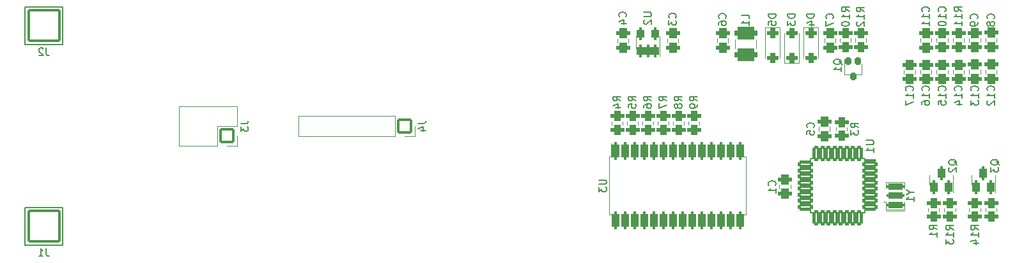
<source format=gbo>
G04 #@! TF.GenerationSoftware,KiCad,Pcbnew,7.0.1-0*
G04 #@! TF.CreationDate,2023-04-13T17:41:14+02:00*
G04 #@! TF.ProjectId,Remote,52656d6f-7465-42e6-9b69-6361645f7063,rev?*
G04 #@! TF.SameCoordinates,Original*
G04 #@! TF.FileFunction,Legend,Bot*
G04 #@! TF.FilePolarity,Positive*
%FSLAX46Y46*%
G04 Gerber Fmt 4.6, Leading zero omitted, Abs format (unit mm)*
G04 Created by KiCad (PCBNEW 7.0.1-0) date 2023-04-13 17:41:14*
%MOMM*%
%LPD*%
G01*
G04 APERTURE LIST*
G04 Aperture macros list*
%AMRoundRect*
0 Rectangle with rounded corners*
0 $1 Rounding radius*
0 $2 $3 $4 $5 $6 $7 $8 $9 X,Y pos of 4 corners*
0 Add a 4 corners polygon primitive as box body*
4,1,4,$2,$3,$4,$5,$6,$7,$8,$9,$2,$3,0*
0 Add four circle primitives for the rounded corners*
1,1,$1+$1,$2,$3*
1,1,$1+$1,$4,$5*
1,1,$1+$1,$6,$7*
1,1,$1+$1,$8,$9*
0 Add four rect primitives between the rounded corners*
20,1,$1+$1,$2,$3,$4,$5,0*
20,1,$1+$1,$4,$5,$6,$7,0*
20,1,$1+$1,$6,$7,$8,$9,0*
20,1,$1+$1,$8,$9,$2,$3,0*%
G04 Aperture macros list end*
%ADD10C,0.150000*%
%ADD11C,0.120000*%
%ADD12RoundRect,0.200000X2.500000X-0.300000X2.500000X0.300000X-2.500000X0.300000X-2.500000X-0.300000X0*%
%ADD13C,2.200000*%
%ADD14RoundRect,0.200000X4.000000X-0.300000X4.000000X0.300000X-4.000000X0.300000X-4.000000X-0.300000X0*%
%ADD15RoundRect,0.450000X0.450000X-0.262500X0.450000X0.262500X-0.450000X0.262500X-0.450000X-0.262500X0*%
%ADD16RoundRect,0.450000X-0.450000X0.262500X-0.450000X-0.262500X0.450000X-0.262500X0.450000X0.262500X0*%
%ADD17RoundRect,0.450000X0.475000X-0.250000X0.475000X0.250000X-0.475000X0.250000X-0.475000X-0.250000X0*%
%ADD18RoundRect,0.450000X-0.475000X0.250000X-0.475000X-0.250000X0.475000X-0.250000X0.475000X0.250000X0*%
%ADD19RoundRect,0.425000X-0.375000X0.225000X-0.375000X-0.225000X0.375000X-0.225000X0.375000X0.225000X0*%
%ADD20RoundRect,0.425000X0.375000X-0.225000X0.375000X0.225000X-0.375000X0.225000X-0.375000X-0.225000X0*%
%ADD21RoundRect,0.350000X0.150000X-0.512500X0.150000X0.512500X-0.150000X0.512500X-0.150000X-0.512500X0*%
%ADD22RoundRect,0.350000X-0.150000X0.875000X-0.150000X-0.875000X0.150000X-0.875000X0.150000X0.875000X0*%
%ADD23RoundRect,0.450000X-1.075000X0.375000X-1.075000X-0.375000X1.075000X-0.375000X1.075000X0.375000X0*%
%ADD24RoundRect,0.200000X0.275000X-0.800000X0.275000X0.800000X-0.275000X0.800000X-0.275000X-0.800000X0*%
%ADD25RoundRect,0.200000X0.800000X0.275000X-0.800000X0.275000X-0.800000X-0.275000X0.800000X-0.275000X0*%
%ADD26RoundRect,0.200000X-2.032000X-2.032000X2.032000X-2.032000X2.032000X2.032000X-2.032000X2.032000X0*%
%ADD27RoundRect,0.200000X-0.225000X-0.350000X0.225000X-0.350000X0.225000X0.350000X-0.225000X0.350000X0*%
%ADD28RoundRect,0.200000X0.850000X-0.850000X0.850000X0.850000X-0.850000X0.850000X-0.850000X-0.850000X0*%
%ADD29O,2.100000X2.100000*%
%ADD30RoundRect,0.200000X0.950000X-0.200000X0.950000X0.200000X-0.950000X0.200000X-0.950000X-0.200000X0*%
%ADD31RoundRect,0.350000X0.150000X-0.587500X0.150000X0.587500X-0.150000X0.587500X-0.150000X-0.587500X0*%
G04 APERTURE END LIST*
D10*
X162006619Y-69763333D02*
X161530428Y-69430000D01*
X162006619Y-69191905D02*
X161006619Y-69191905D01*
X161006619Y-69191905D02*
X161006619Y-69572857D01*
X161006619Y-69572857D02*
X161054238Y-69668095D01*
X161054238Y-69668095D02*
X161101857Y-69715714D01*
X161101857Y-69715714D02*
X161197095Y-69763333D01*
X161197095Y-69763333D02*
X161339952Y-69763333D01*
X161339952Y-69763333D02*
X161435190Y-69715714D01*
X161435190Y-69715714D02*
X161482809Y-69668095D01*
X161482809Y-69668095D02*
X161530428Y-69572857D01*
X161530428Y-69572857D02*
X161530428Y-69191905D01*
X162006619Y-70715714D02*
X162006619Y-70144286D01*
X162006619Y-70430000D02*
X161006619Y-70430000D01*
X161006619Y-70430000D02*
X161149476Y-70334762D01*
X161149476Y-70334762D02*
X161244714Y-70239524D01*
X161244714Y-70239524D02*
X161292333Y-70144286D01*
X127367380Y-41611333D02*
X127415000Y-41563714D01*
X127415000Y-41563714D02*
X127462619Y-41420857D01*
X127462619Y-41420857D02*
X127462619Y-41325619D01*
X127462619Y-41325619D02*
X127415000Y-41182762D01*
X127415000Y-41182762D02*
X127319761Y-41087524D01*
X127319761Y-41087524D02*
X127224523Y-41039905D01*
X127224523Y-41039905D02*
X127034047Y-40992286D01*
X127034047Y-40992286D02*
X126891190Y-40992286D01*
X126891190Y-40992286D02*
X126700714Y-41039905D01*
X126700714Y-41039905D02*
X126605476Y-41087524D01*
X126605476Y-41087524D02*
X126510238Y-41182762D01*
X126510238Y-41182762D02*
X126462619Y-41325619D01*
X126462619Y-41325619D02*
X126462619Y-41420857D01*
X126462619Y-41420857D02*
X126510238Y-41563714D01*
X126510238Y-41563714D02*
X126557857Y-41611333D01*
X126462619Y-41944667D02*
X126462619Y-42563714D01*
X126462619Y-42563714D02*
X126843571Y-42230381D01*
X126843571Y-42230381D02*
X126843571Y-42373238D01*
X126843571Y-42373238D02*
X126891190Y-42468476D01*
X126891190Y-42468476D02*
X126938809Y-42516095D01*
X126938809Y-42516095D02*
X127034047Y-42563714D01*
X127034047Y-42563714D02*
X127272142Y-42563714D01*
X127272142Y-42563714D02*
X127367380Y-42516095D01*
X127367380Y-42516095D02*
X127415000Y-42468476D01*
X127415000Y-42468476D02*
X127462619Y-42373238D01*
X127462619Y-42373238D02*
X127462619Y-42087524D01*
X127462619Y-42087524D02*
X127415000Y-41992286D01*
X127415000Y-41992286D02*
X127367380Y-41944667D01*
X120763380Y-41489333D02*
X120811000Y-41441714D01*
X120811000Y-41441714D02*
X120858619Y-41298857D01*
X120858619Y-41298857D02*
X120858619Y-41203619D01*
X120858619Y-41203619D02*
X120811000Y-41060762D01*
X120811000Y-41060762D02*
X120715761Y-40965524D01*
X120715761Y-40965524D02*
X120620523Y-40917905D01*
X120620523Y-40917905D02*
X120430047Y-40870286D01*
X120430047Y-40870286D02*
X120287190Y-40870286D01*
X120287190Y-40870286D02*
X120096714Y-40917905D01*
X120096714Y-40917905D02*
X120001476Y-40965524D01*
X120001476Y-40965524D02*
X119906238Y-41060762D01*
X119906238Y-41060762D02*
X119858619Y-41203619D01*
X119858619Y-41203619D02*
X119858619Y-41298857D01*
X119858619Y-41298857D02*
X119906238Y-41441714D01*
X119906238Y-41441714D02*
X119953857Y-41489333D01*
X120191952Y-42346476D02*
X120858619Y-42346476D01*
X119811000Y-42108381D02*
X120525285Y-41870286D01*
X120525285Y-41870286D02*
X120525285Y-42489333D01*
X145655380Y-56221333D02*
X145703000Y-56173714D01*
X145703000Y-56173714D02*
X145750619Y-56030857D01*
X145750619Y-56030857D02*
X145750619Y-55935619D01*
X145750619Y-55935619D02*
X145703000Y-55792762D01*
X145703000Y-55792762D02*
X145607761Y-55697524D01*
X145607761Y-55697524D02*
X145512523Y-55649905D01*
X145512523Y-55649905D02*
X145322047Y-55602286D01*
X145322047Y-55602286D02*
X145179190Y-55602286D01*
X145179190Y-55602286D02*
X144988714Y-55649905D01*
X144988714Y-55649905D02*
X144893476Y-55697524D01*
X144893476Y-55697524D02*
X144798238Y-55792762D01*
X144798238Y-55792762D02*
X144750619Y-55935619D01*
X144750619Y-55935619D02*
X144750619Y-56030857D01*
X144750619Y-56030857D02*
X144798238Y-56173714D01*
X144798238Y-56173714D02*
X144845857Y-56221333D01*
X144750619Y-57126095D02*
X144750619Y-56649905D01*
X144750619Y-56649905D02*
X145226809Y-56602286D01*
X145226809Y-56602286D02*
X145179190Y-56649905D01*
X145179190Y-56649905D02*
X145131571Y-56745143D01*
X145131571Y-56745143D02*
X145131571Y-56983238D01*
X145131571Y-56983238D02*
X145179190Y-57078476D01*
X145179190Y-57078476D02*
X145226809Y-57126095D01*
X145226809Y-57126095D02*
X145322047Y-57173714D01*
X145322047Y-57173714D02*
X145560142Y-57173714D01*
X145560142Y-57173714D02*
X145655380Y-57126095D01*
X145655380Y-57126095D02*
X145703000Y-57078476D01*
X145703000Y-57078476D02*
X145750619Y-56983238D01*
X145750619Y-56983238D02*
X145750619Y-56745143D01*
X145750619Y-56745143D02*
X145703000Y-56649905D01*
X145703000Y-56649905D02*
X145655380Y-56602286D01*
X133971380Y-41667733D02*
X134019000Y-41620114D01*
X134019000Y-41620114D02*
X134066619Y-41477257D01*
X134066619Y-41477257D02*
X134066619Y-41382019D01*
X134066619Y-41382019D02*
X134019000Y-41239162D01*
X134019000Y-41239162D02*
X133923761Y-41143924D01*
X133923761Y-41143924D02*
X133828523Y-41096305D01*
X133828523Y-41096305D02*
X133638047Y-41048686D01*
X133638047Y-41048686D02*
X133495190Y-41048686D01*
X133495190Y-41048686D02*
X133304714Y-41096305D01*
X133304714Y-41096305D02*
X133209476Y-41143924D01*
X133209476Y-41143924D02*
X133114238Y-41239162D01*
X133114238Y-41239162D02*
X133066619Y-41382019D01*
X133066619Y-41382019D02*
X133066619Y-41477257D01*
X133066619Y-41477257D02*
X133114238Y-41620114D01*
X133114238Y-41620114D02*
X133161857Y-41667733D01*
X133066619Y-42524876D02*
X133066619Y-42334400D01*
X133066619Y-42334400D02*
X133114238Y-42239162D01*
X133114238Y-42239162D02*
X133161857Y-42191543D01*
X133161857Y-42191543D02*
X133304714Y-42096305D01*
X133304714Y-42096305D02*
X133495190Y-42048686D01*
X133495190Y-42048686D02*
X133876142Y-42048686D01*
X133876142Y-42048686D02*
X133971380Y-42096305D01*
X133971380Y-42096305D02*
X134019000Y-42143924D01*
X134019000Y-42143924D02*
X134066619Y-42239162D01*
X134066619Y-42239162D02*
X134066619Y-42429638D01*
X134066619Y-42429638D02*
X134019000Y-42524876D01*
X134019000Y-42524876D02*
X133971380Y-42572495D01*
X133971380Y-42572495D02*
X133876142Y-42620114D01*
X133876142Y-42620114D02*
X133638047Y-42620114D01*
X133638047Y-42620114D02*
X133542809Y-42572495D01*
X133542809Y-42572495D02*
X133495190Y-42524876D01*
X133495190Y-42524876D02*
X133447571Y-42429638D01*
X133447571Y-42429638D02*
X133447571Y-42239162D01*
X133447571Y-42239162D02*
X133495190Y-42143924D01*
X133495190Y-42143924D02*
X133542809Y-42096305D01*
X133542809Y-42096305D02*
X133638047Y-42048686D01*
X148195380Y-41705133D02*
X148243000Y-41657514D01*
X148243000Y-41657514D02*
X148290619Y-41514657D01*
X148290619Y-41514657D02*
X148290619Y-41419419D01*
X148290619Y-41419419D02*
X148243000Y-41276562D01*
X148243000Y-41276562D02*
X148147761Y-41181324D01*
X148147761Y-41181324D02*
X148052523Y-41133705D01*
X148052523Y-41133705D02*
X147862047Y-41086086D01*
X147862047Y-41086086D02*
X147719190Y-41086086D01*
X147719190Y-41086086D02*
X147528714Y-41133705D01*
X147528714Y-41133705D02*
X147433476Y-41181324D01*
X147433476Y-41181324D02*
X147338238Y-41276562D01*
X147338238Y-41276562D02*
X147290619Y-41419419D01*
X147290619Y-41419419D02*
X147290619Y-41514657D01*
X147290619Y-41514657D02*
X147338238Y-41657514D01*
X147338238Y-41657514D02*
X147385857Y-41705133D01*
X147290619Y-42038467D02*
X147290619Y-42705133D01*
X147290619Y-42705133D02*
X148290619Y-42276562D01*
X169531380Y-41743333D02*
X169579000Y-41695714D01*
X169579000Y-41695714D02*
X169626619Y-41552857D01*
X169626619Y-41552857D02*
X169626619Y-41457619D01*
X169626619Y-41457619D02*
X169579000Y-41314762D01*
X169579000Y-41314762D02*
X169483761Y-41219524D01*
X169483761Y-41219524D02*
X169388523Y-41171905D01*
X169388523Y-41171905D02*
X169198047Y-41124286D01*
X169198047Y-41124286D02*
X169055190Y-41124286D01*
X169055190Y-41124286D02*
X168864714Y-41171905D01*
X168864714Y-41171905D02*
X168769476Y-41219524D01*
X168769476Y-41219524D02*
X168674238Y-41314762D01*
X168674238Y-41314762D02*
X168626619Y-41457619D01*
X168626619Y-41457619D02*
X168626619Y-41552857D01*
X168626619Y-41552857D02*
X168674238Y-41695714D01*
X168674238Y-41695714D02*
X168721857Y-41743333D01*
X169055190Y-42314762D02*
X169007571Y-42219524D01*
X169007571Y-42219524D02*
X168959952Y-42171905D01*
X168959952Y-42171905D02*
X168864714Y-42124286D01*
X168864714Y-42124286D02*
X168817095Y-42124286D01*
X168817095Y-42124286D02*
X168721857Y-42171905D01*
X168721857Y-42171905D02*
X168674238Y-42219524D01*
X168674238Y-42219524D02*
X168626619Y-42314762D01*
X168626619Y-42314762D02*
X168626619Y-42505238D01*
X168626619Y-42505238D02*
X168674238Y-42600476D01*
X168674238Y-42600476D02*
X168721857Y-42648095D01*
X168721857Y-42648095D02*
X168817095Y-42695714D01*
X168817095Y-42695714D02*
X168864714Y-42695714D01*
X168864714Y-42695714D02*
X168959952Y-42648095D01*
X168959952Y-42648095D02*
X169007571Y-42600476D01*
X169007571Y-42600476D02*
X169055190Y-42505238D01*
X169055190Y-42505238D02*
X169055190Y-42314762D01*
X169055190Y-42314762D02*
X169102809Y-42219524D01*
X169102809Y-42219524D02*
X169150428Y-42171905D01*
X169150428Y-42171905D02*
X169245666Y-42124286D01*
X169245666Y-42124286D02*
X169436142Y-42124286D01*
X169436142Y-42124286D02*
X169531380Y-42171905D01*
X169531380Y-42171905D02*
X169579000Y-42219524D01*
X169579000Y-42219524D02*
X169626619Y-42314762D01*
X169626619Y-42314762D02*
X169626619Y-42505238D01*
X169626619Y-42505238D02*
X169579000Y-42600476D01*
X169579000Y-42600476D02*
X169531380Y-42648095D01*
X169531380Y-42648095D02*
X169436142Y-42695714D01*
X169436142Y-42695714D02*
X169245666Y-42695714D01*
X169245666Y-42695714D02*
X169150428Y-42648095D01*
X169150428Y-42648095D02*
X169102809Y-42600476D01*
X169102809Y-42600476D02*
X169055190Y-42505238D01*
X167302380Y-41743333D02*
X167350000Y-41695714D01*
X167350000Y-41695714D02*
X167397619Y-41552857D01*
X167397619Y-41552857D02*
X167397619Y-41457619D01*
X167397619Y-41457619D02*
X167350000Y-41314762D01*
X167350000Y-41314762D02*
X167254761Y-41219524D01*
X167254761Y-41219524D02*
X167159523Y-41171905D01*
X167159523Y-41171905D02*
X166969047Y-41124286D01*
X166969047Y-41124286D02*
X166826190Y-41124286D01*
X166826190Y-41124286D02*
X166635714Y-41171905D01*
X166635714Y-41171905D02*
X166540476Y-41219524D01*
X166540476Y-41219524D02*
X166445238Y-41314762D01*
X166445238Y-41314762D02*
X166397619Y-41457619D01*
X166397619Y-41457619D02*
X166397619Y-41552857D01*
X166397619Y-41552857D02*
X166445238Y-41695714D01*
X166445238Y-41695714D02*
X166492857Y-41743333D01*
X167397619Y-42219524D02*
X167397619Y-42410000D01*
X167397619Y-42410000D02*
X167350000Y-42505238D01*
X167350000Y-42505238D02*
X167302380Y-42552857D01*
X167302380Y-42552857D02*
X167159523Y-42648095D01*
X167159523Y-42648095D02*
X166969047Y-42695714D01*
X166969047Y-42695714D02*
X166588095Y-42695714D01*
X166588095Y-42695714D02*
X166492857Y-42648095D01*
X166492857Y-42648095D02*
X166445238Y-42600476D01*
X166445238Y-42600476D02*
X166397619Y-42505238D01*
X166397619Y-42505238D02*
X166397619Y-42314762D01*
X166397619Y-42314762D02*
X166445238Y-42219524D01*
X166445238Y-42219524D02*
X166492857Y-42171905D01*
X166492857Y-42171905D02*
X166588095Y-42124286D01*
X166588095Y-42124286D02*
X166826190Y-42124286D01*
X166826190Y-42124286D02*
X166921428Y-42171905D01*
X166921428Y-42171905D02*
X166969047Y-42219524D01*
X166969047Y-42219524D02*
X167016666Y-42314762D01*
X167016666Y-42314762D02*
X167016666Y-42505238D01*
X167016666Y-42505238D02*
X166969047Y-42600476D01*
X166969047Y-42600476D02*
X166921428Y-42648095D01*
X166921428Y-42648095D02*
X166826190Y-42695714D01*
X163054380Y-40759142D02*
X163102000Y-40711523D01*
X163102000Y-40711523D02*
X163149619Y-40568666D01*
X163149619Y-40568666D02*
X163149619Y-40473428D01*
X163149619Y-40473428D02*
X163102000Y-40330571D01*
X163102000Y-40330571D02*
X163006761Y-40235333D01*
X163006761Y-40235333D02*
X162911523Y-40187714D01*
X162911523Y-40187714D02*
X162721047Y-40140095D01*
X162721047Y-40140095D02*
X162578190Y-40140095D01*
X162578190Y-40140095D02*
X162387714Y-40187714D01*
X162387714Y-40187714D02*
X162292476Y-40235333D01*
X162292476Y-40235333D02*
X162197238Y-40330571D01*
X162197238Y-40330571D02*
X162149619Y-40473428D01*
X162149619Y-40473428D02*
X162149619Y-40568666D01*
X162149619Y-40568666D02*
X162197238Y-40711523D01*
X162197238Y-40711523D02*
X162244857Y-40759142D01*
X163149619Y-41711523D02*
X163149619Y-41140095D01*
X163149619Y-41425809D02*
X162149619Y-41425809D01*
X162149619Y-41425809D02*
X162292476Y-41330571D01*
X162292476Y-41330571D02*
X162387714Y-41235333D01*
X162387714Y-41235333D02*
X162435333Y-41140095D01*
X162149619Y-42330571D02*
X162149619Y-42425809D01*
X162149619Y-42425809D02*
X162197238Y-42521047D01*
X162197238Y-42521047D02*
X162244857Y-42568666D01*
X162244857Y-42568666D02*
X162340095Y-42616285D01*
X162340095Y-42616285D02*
X162530571Y-42663904D01*
X162530571Y-42663904D02*
X162768666Y-42663904D01*
X162768666Y-42663904D02*
X162959142Y-42616285D01*
X162959142Y-42616285D02*
X163054380Y-42568666D01*
X163054380Y-42568666D02*
X163102000Y-42521047D01*
X163102000Y-42521047D02*
X163149619Y-42425809D01*
X163149619Y-42425809D02*
X163149619Y-42330571D01*
X163149619Y-42330571D02*
X163102000Y-42235333D01*
X163102000Y-42235333D02*
X163054380Y-42187714D01*
X163054380Y-42187714D02*
X162959142Y-42140095D01*
X162959142Y-42140095D02*
X162768666Y-42092476D01*
X162768666Y-42092476D02*
X162530571Y-42092476D01*
X162530571Y-42092476D02*
X162340095Y-42140095D01*
X162340095Y-42140095D02*
X162244857Y-42187714D01*
X162244857Y-42187714D02*
X162197238Y-42235333D01*
X162197238Y-42235333D02*
X162149619Y-42330571D01*
X160895380Y-40759142D02*
X160943000Y-40711523D01*
X160943000Y-40711523D02*
X160990619Y-40568666D01*
X160990619Y-40568666D02*
X160990619Y-40473428D01*
X160990619Y-40473428D02*
X160943000Y-40330571D01*
X160943000Y-40330571D02*
X160847761Y-40235333D01*
X160847761Y-40235333D02*
X160752523Y-40187714D01*
X160752523Y-40187714D02*
X160562047Y-40140095D01*
X160562047Y-40140095D02*
X160419190Y-40140095D01*
X160419190Y-40140095D02*
X160228714Y-40187714D01*
X160228714Y-40187714D02*
X160133476Y-40235333D01*
X160133476Y-40235333D02*
X160038238Y-40330571D01*
X160038238Y-40330571D02*
X159990619Y-40473428D01*
X159990619Y-40473428D02*
X159990619Y-40568666D01*
X159990619Y-40568666D02*
X160038238Y-40711523D01*
X160038238Y-40711523D02*
X160085857Y-40759142D01*
X160990619Y-41711523D02*
X160990619Y-41140095D01*
X160990619Y-41425809D02*
X159990619Y-41425809D01*
X159990619Y-41425809D02*
X160133476Y-41330571D01*
X160133476Y-41330571D02*
X160228714Y-41235333D01*
X160228714Y-41235333D02*
X160276333Y-41140095D01*
X160990619Y-42663904D02*
X160990619Y-42092476D01*
X160990619Y-42378190D02*
X159990619Y-42378190D01*
X159990619Y-42378190D02*
X160133476Y-42282952D01*
X160133476Y-42282952D02*
X160228714Y-42187714D01*
X160228714Y-42187714D02*
X160276333Y-42092476D01*
X169531380Y-51300142D02*
X169579000Y-51252523D01*
X169579000Y-51252523D02*
X169626619Y-51109666D01*
X169626619Y-51109666D02*
X169626619Y-51014428D01*
X169626619Y-51014428D02*
X169579000Y-50871571D01*
X169579000Y-50871571D02*
X169483761Y-50776333D01*
X169483761Y-50776333D02*
X169388523Y-50728714D01*
X169388523Y-50728714D02*
X169198047Y-50681095D01*
X169198047Y-50681095D02*
X169055190Y-50681095D01*
X169055190Y-50681095D02*
X168864714Y-50728714D01*
X168864714Y-50728714D02*
X168769476Y-50776333D01*
X168769476Y-50776333D02*
X168674238Y-50871571D01*
X168674238Y-50871571D02*
X168626619Y-51014428D01*
X168626619Y-51014428D02*
X168626619Y-51109666D01*
X168626619Y-51109666D02*
X168674238Y-51252523D01*
X168674238Y-51252523D02*
X168721857Y-51300142D01*
X169626619Y-52252523D02*
X169626619Y-51681095D01*
X169626619Y-51966809D02*
X168626619Y-51966809D01*
X168626619Y-51966809D02*
X168769476Y-51871571D01*
X168769476Y-51871571D02*
X168864714Y-51776333D01*
X168864714Y-51776333D02*
X168912333Y-51681095D01*
X168721857Y-52633476D02*
X168674238Y-52681095D01*
X168674238Y-52681095D02*
X168626619Y-52776333D01*
X168626619Y-52776333D02*
X168626619Y-53014428D01*
X168626619Y-53014428D02*
X168674238Y-53109666D01*
X168674238Y-53109666D02*
X168721857Y-53157285D01*
X168721857Y-53157285D02*
X168817095Y-53204904D01*
X168817095Y-53204904D02*
X168912333Y-53204904D01*
X168912333Y-53204904D02*
X169055190Y-53157285D01*
X169055190Y-53157285D02*
X169626619Y-52585857D01*
X169626619Y-52585857D02*
X169626619Y-53204904D01*
X167372380Y-51300142D02*
X167420000Y-51252523D01*
X167420000Y-51252523D02*
X167467619Y-51109666D01*
X167467619Y-51109666D02*
X167467619Y-51014428D01*
X167467619Y-51014428D02*
X167420000Y-50871571D01*
X167420000Y-50871571D02*
X167324761Y-50776333D01*
X167324761Y-50776333D02*
X167229523Y-50728714D01*
X167229523Y-50728714D02*
X167039047Y-50681095D01*
X167039047Y-50681095D02*
X166896190Y-50681095D01*
X166896190Y-50681095D02*
X166705714Y-50728714D01*
X166705714Y-50728714D02*
X166610476Y-50776333D01*
X166610476Y-50776333D02*
X166515238Y-50871571D01*
X166515238Y-50871571D02*
X166467619Y-51014428D01*
X166467619Y-51014428D02*
X166467619Y-51109666D01*
X166467619Y-51109666D02*
X166515238Y-51252523D01*
X166515238Y-51252523D02*
X166562857Y-51300142D01*
X167467619Y-52252523D02*
X167467619Y-51681095D01*
X167467619Y-51966809D02*
X166467619Y-51966809D01*
X166467619Y-51966809D02*
X166610476Y-51871571D01*
X166610476Y-51871571D02*
X166705714Y-51776333D01*
X166705714Y-51776333D02*
X166753333Y-51681095D01*
X166467619Y-52585857D02*
X166467619Y-53204904D01*
X166467619Y-53204904D02*
X166848571Y-52871571D01*
X166848571Y-52871571D02*
X166848571Y-53014428D01*
X166848571Y-53014428D02*
X166896190Y-53109666D01*
X166896190Y-53109666D02*
X166943809Y-53157285D01*
X166943809Y-53157285D02*
X167039047Y-53204904D01*
X167039047Y-53204904D02*
X167277142Y-53204904D01*
X167277142Y-53204904D02*
X167372380Y-53157285D01*
X167372380Y-53157285D02*
X167420000Y-53109666D01*
X167420000Y-53109666D02*
X167467619Y-53014428D01*
X167467619Y-53014428D02*
X167467619Y-52728714D01*
X167467619Y-52728714D02*
X167420000Y-52633476D01*
X167420000Y-52633476D02*
X167372380Y-52585857D01*
X165213380Y-51300142D02*
X165261000Y-51252523D01*
X165261000Y-51252523D02*
X165308619Y-51109666D01*
X165308619Y-51109666D02*
X165308619Y-51014428D01*
X165308619Y-51014428D02*
X165261000Y-50871571D01*
X165261000Y-50871571D02*
X165165761Y-50776333D01*
X165165761Y-50776333D02*
X165070523Y-50728714D01*
X165070523Y-50728714D02*
X164880047Y-50681095D01*
X164880047Y-50681095D02*
X164737190Y-50681095D01*
X164737190Y-50681095D02*
X164546714Y-50728714D01*
X164546714Y-50728714D02*
X164451476Y-50776333D01*
X164451476Y-50776333D02*
X164356238Y-50871571D01*
X164356238Y-50871571D02*
X164308619Y-51014428D01*
X164308619Y-51014428D02*
X164308619Y-51109666D01*
X164308619Y-51109666D02*
X164356238Y-51252523D01*
X164356238Y-51252523D02*
X164403857Y-51300142D01*
X165308619Y-52252523D02*
X165308619Y-51681095D01*
X165308619Y-51966809D02*
X164308619Y-51966809D01*
X164308619Y-51966809D02*
X164451476Y-51871571D01*
X164451476Y-51871571D02*
X164546714Y-51776333D01*
X164546714Y-51776333D02*
X164594333Y-51681095D01*
X164641952Y-53109666D02*
X165308619Y-53109666D01*
X164261000Y-52871571D02*
X164975285Y-52633476D01*
X164975285Y-52633476D02*
X164975285Y-53252523D01*
X143210619Y-41105905D02*
X142210619Y-41105905D01*
X142210619Y-41105905D02*
X142210619Y-41344000D01*
X142210619Y-41344000D02*
X142258238Y-41486857D01*
X142258238Y-41486857D02*
X142353476Y-41582095D01*
X142353476Y-41582095D02*
X142448714Y-41629714D01*
X142448714Y-41629714D02*
X142639190Y-41677333D01*
X142639190Y-41677333D02*
X142782047Y-41677333D01*
X142782047Y-41677333D02*
X142972523Y-41629714D01*
X142972523Y-41629714D02*
X143067761Y-41582095D01*
X143067761Y-41582095D02*
X143163000Y-41486857D01*
X143163000Y-41486857D02*
X143210619Y-41344000D01*
X143210619Y-41344000D02*
X143210619Y-41105905D01*
X142210619Y-42010667D02*
X142210619Y-42629714D01*
X142210619Y-42629714D02*
X142591571Y-42296381D01*
X142591571Y-42296381D02*
X142591571Y-42439238D01*
X142591571Y-42439238D02*
X142639190Y-42534476D01*
X142639190Y-42534476D02*
X142686809Y-42582095D01*
X142686809Y-42582095D02*
X142782047Y-42629714D01*
X142782047Y-42629714D02*
X143020142Y-42629714D01*
X143020142Y-42629714D02*
X143115380Y-42582095D01*
X143115380Y-42582095D02*
X143163000Y-42534476D01*
X143163000Y-42534476D02*
X143210619Y-42439238D01*
X143210619Y-42439238D02*
X143210619Y-42153524D01*
X143210619Y-42153524D02*
X143163000Y-42058286D01*
X143163000Y-42058286D02*
X143115380Y-42010667D01*
X145750619Y-41105905D02*
X144750619Y-41105905D01*
X144750619Y-41105905D02*
X144750619Y-41344000D01*
X144750619Y-41344000D02*
X144798238Y-41486857D01*
X144798238Y-41486857D02*
X144893476Y-41582095D01*
X144893476Y-41582095D02*
X144988714Y-41629714D01*
X144988714Y-41629714D02*
X145179190Y-41677333D01*
X145179190Y-41677333D02*
X145322047Y-41677333D01*
X145322047Y-41677333D02*
X145512523Y-41629714D01*
X145512523Y-41629714D02*
X145607761Y-41582095D01*
X145607761Y-41582095D02*
X145703000Y-41486857D01*
X145703000Y-41486857D02*
X145750619Y-41344000D01*
X145750619Y-41344000D02*
X145750619Y-41105905D01*
X145083952Y-42534476D02*
X145750619Y-42534476D01*
X144703000Y-42296381D02*
X145417285Y-42058286D01*
X145417285Y-42058286D02*
X145417285Y-42677333D01*
X151592619Y-56221333D02*
X151116428Y-55888000D01*
X151592619Y-55649905D02*
X150592619Y-55649905D01*
X150592619Y-55649905D02*
X150592619Y-56030857D01*
X150592619Y-56030857D02*
X150640238Y-56126095D01*
X150640238Y-56126095D02*
X150687857Y-56173714D01*
X150687857Y-56173714D02*
X150783095Y-56221333D01*
X150783095Y-56221333D02*
X150925952Y-56221333D01*
X150925952Y-56221333D02*
X151021190Y-56173714D01*
X151021190Y-56173714D02*
X151068809Y-56126095D01*
X151068809Y-56126095D02*
X151116428Y-56030857D01*
X151116428Y-56030857D02*
X151116428Y-55649905D01*
X150592619Y-56554667D02*
X150592619Y-57173714D01*
X150592619Y-57173714D02*
X150973571Y-56840381D01*
X150973571Y-56840381D02*
X150973571Y-56983238D01*
X150973571Y-56983238D02*
X151021190Y-57078476D01*
X151021190Y-57078476D02*
X151068809Y-57126095D01*
X151068809Y-57126095D02*
X151164047Y-57173714D01*
X151164047Y-57173714D02*
X151402142Y-57173714D01*
X151402142Y-57173714D02*
X151497380Y-57126095D01*
X151497380Y-57126095D02*
X151545000Y-57078476D01*
X151545000Y-57078476D02*
X151592619Y-56983238D01*
X151592619Y-56983238D02*
X151592619Y-56697524D01*
X151592619Y-56697524D02*
X151545000Y-56602286D01*
X151545000Y-56602286D02*
X151497380Y-56554667D01*
X120096619Y-52665333D02*
X119620428Y-52332000D01*
X120096619Y-52093905D02*
X119096619Y-52093905D01*
X119096619Y-52093905D02*
X119096619Y-52474857D01*
X119096619Y-52474857D02*
X119144238Y-52570095D01*
X119144238Y-52570095D02*
X119191857Y-52617714D01*
X119191857Y-52617714D02*
X119287095Y-52665333D01*
X119287095Y-52665333D02*
X119429952Y-52665333D01*
X119429952Y-52665333D02*
X119525190Y-52617714D01*
X119525190Y-52617714D02*
X119572809Y-52570095D01*
X119572809Y-52570095D02*
X119620428Y-52474857D01*
X119620428Y-52474857D02*
X119620428Y-52093905D01*
X119429952Y-53522476D02*
X120096619Y-53522476D01*
X119049000Y-53284381D02*
X119763285Y-53046286D01*
X119763285Y-53046286D02*
X119763285Y-53665333D01*
X122128619Y-52665333D02*
X121652428Y-52332000D01*
X122128619Y-52093905D02*
X121128619Y-52093905D01*
X121128619Y-52093905D02*
X121128619Y-52474857D01*
X121128619Y-52474857D02*
X121176238Y-52570095D01*
X121176238Y-52570095D02*
X121223857Y-52617714D01*
X121223857Y-52617714D02*
X121319095Y-52665333D01*
X121319095Y-52665333D02*
X121461952Y-52665333D01*
X121461952Y-52665333D02*
X121557190Y-52617714D01*
X121557190Y-52617714D02*
X121604809Y-52570095D01*
X121604809Y-52570095D02*
X121652428Y-52474857D01*
X121652428Y-52474857D02*
X121652428Y-52093905D01*
X121128619Y-53570095D02*
X121128619Y-53093905D01*
X121128619Y-53093905D02*
X121604809Y-53046286D01*
X121604809Y-53046286D02*
X121557190Y-53093905D01*
X121557190Y-53093905D02*
X121509571Y-53189143D01*
X121509571Y-53189143D02*
X121509571Y-53427238D01*
X121509571Y-53427238D02*
X121557190Y-53522476D01*
X121557190Y-53522476D02*
X121604809Y-53570095D01*
X121604809Y-53570095D02*
X121700047Y-53617714D01*
X121700047Y-53617714D02*
X121938142Y-53617714D01*
X121938142Y-53617714D02*
X122033380Y-53570095D01*
X122033380Y-53570095D02*
X122081000Y-53522476D01*
X122081000Y-53522476D02*
X122128619Y-53427238D01*
X122128619Y-53427238D02*
X122128619Y-53189143D01*
X122128619Y-53189143D02*
X122081000Y-53093905D01*
X122081000Y-53093905D02*
X122033380Y-53046286D01*
X124160619Y-52665333D02*
X123684428Y-52332000D01*
X124160619Y-52093905D02*
X123160619Y-52093905D01*
X123160619Y-52093905D02*
X123160619Y-52474857D01*
X123160619Y-52474857D02*
X123208238Y-52570095D01*
X123208238Y-52570095D02*
X123255857Y-52617714D01*
X123255857Y-52617714D02*
X123351095Y-52665333D01*
X123351095Y-52665333D02*
X123493952Y-52665333D01*
X123493952Y-52665333D02*
X123589190Y-52617714D01*
X123589190Y-52617714D02*
X123636809Y-52570095D01*
X123636809Y-52570095D02*
X123684428Y-52474857D01*
X123684428Y-52474857D02*
X123684428Y-52093905D01*
X123160619Y-53522476D02*
X123160619Y-53332000D01*
X123160619Y-53332000D02*
X123208238Y-53236762D01*
X123208238Y-53236762D02*
X123255857Y-53189143D01*
X123255857Y-53189143D02*
X123398714Y-53093905D01*
X123398714Y-53093905D02*
X123589190Y-53046286D01*
X123589190Y-53046286D02*
X123970142Y-53046286D01*
X123970142Y-53046286D02*
X124065380Y-53093905D01*
X124065380Y-53093905D02*
X124113000Y-53141524D01*
X124113000Y-53141524D02*
X124160619Y-53236762D01*
X124160619Y-53236762D02*
X124160619Y-53427238D01*
X124160619Y-53427238D02*
X124113000Y-53522476D01*
X124113000Y-53522476D02*
X124065380Y-53570095D01*
X124065380Y-53570095D02*
X123970142Y-53617714D01*
X123970142Y-53617714D02*
X123732047Y-53617714D01*
X123732047Y-53617714D02*
X123636809Y-53570095D01*
X123636809Y-53570095D02*
X123589190Y-53522476D01*
X123589190Y-53522476D02*
X123541571Y-53427238D01*
X123541571Y-53427238D02*
X123541571Y-53236762D01*
X123541571Y-53236762D02*
X123589190Y-53141524D01*
X123589190Y-53141524D02*
X123636809Y-53093905D01*
X123636809Y-53093905D02*
X123732047Y-53046286D01*
X126192619Y-52665333D02*
X125716428Y-52332000D01*
X126192619Y-52093905D02*
X125192619Y-52093905D01*
X125192619Y-52093905D02*
X125192619Y-52474857D01*
X125192619Y-52474857D02*
X125240238Y-52570095D01*
X125240238Y-52570095D02*
X125287857Y-52617714D01*
X125287857Y-52617714D02*
X125383095Y-52665333D01*
X125383095Y-52665333D02*
X125525952Y-52665333D01*
X125525952Y-52665333D02*
X125621190Y-52617714D01*
X125621190Y-52617714D02*
X125668809Y-52570095D01*
X125668809Y-52570095D02*
X125716428Y-52474857D01*
X125716428Y-52474857D02*
X125716428Y-52093905D01*
X125192619Y-52998667D02*
X125192619Y-53665333D01*
X125192619Y-53665333D02*
X126192619Y-53236762D01*
X163054380Y-51300142D02*
X163102000Y-51252523D01*
X163102000Y-51252523D02*
X163149619Y-51109666D01*
X163149619Y-51109666D02*
X163149619Y-51014428D01*
X163149619Y-51014428D02*
X163102000Y-50871571D01*
X163102000Y-50871571D02*
X163006761Y-50776333D01*
X163006761Y-50776333D02*
X162911523Y-50728714D01*
X162911523Y-50728714D02*
X162721047Y-50681095D01*
X162721047Y-50681095D02*
X162578190Y-50681095D01*
X162578190Y-50681095D02*
X162387714Y-50728714D01*
X162387714Y-50728714D02*
X162292476Y-50776333D01*
X162292476Y-50776333D02*
X162197238Y-50871571D01*
X162197238Y-50871571D02*
X162149619Y-51014428D01*
X162149619Y-51014428D02*
X162149619Y-51109666D01*
X162149619Y-51109666D02*
X162197238Y-51252523D01*
X162197238Y-51252523D02*
X162244857Y-51300142D01*
X163149619Y-52252523D02*
X163149619Y-51681095D01*
X163149619Y-51966809D02*
X162149619Y-51966809D01*
X162149619Y-51966809D02*
X162292476Y-51871571D01*
X162292476Y-51871571D02*
X162387714Y-51776333D01*
X162387714Y-51776333D02*
X162435333Y-51681095D01*
X162149619Y-53157285D02*
X162149619Y-52681095D01*
X162149619Y-52681095D02*
X162625809Y-52633476D01*
X162625809Y-52633476D02*
X162578190Y-52681095D01*
X162578190Y-52681095D02*
X162530571Y-52776333D01*
X162530571Y-52776333D02*
X162530571Y-53014428D01*
X162530571Y-53014428D02*
X162578190Y-53109666D01*
X162578190Y-53109666D02*
X162625809Y-53157285D01*
X162625809Y-53157285D02*
X162721047Y-53204904D01*
X162721047Y-53204904D02*
X162959142Y-53204904D01*
X162959142Y-53204904D02*
X163054380Y-53157285D01*
X163054380Y-53157285D02*
X163102000Y-53109666D01*
X163102000Y-53109666D02*
X163149619Y-53014428D01*
X163149619Y-53014428D02*
X163149619Y-52776333D01*
X163149619Y-52776333D02*
X163102000Y-52681095D01*
X163102000Y-52681095D02*
X163054380Y-52633476D01*
X160895380Y-51300142D02*
X160943000Y-51252523D01*
X160943000Y-51252523D02*
X160990619Y-51109666D01*
X160990619Y-51109666D02*
X160990619Y-51014428D01*
X160990619Y-51014428D02*
X160943000Y-50871571D01*
X160943000Y-50871571D02*
X160847761Y-50776333D01*
X160847761Y-50776333D02*
X160752523Y-50728714D01*
X160752523Y-50728714D02*
X160562047Y-50681095D01*
X160562047Y-50681095D02*
X160419190Y-50681095D01*
X160419190Y-50681095D02*
X160228714Y-50728714D01*
X160228714Y-50728714D02*
X160133476Y-50776333D01*
X160133476Y-50776333D02*
X160038238Y-50871571D01*
X160038238Y-50871571D02*
X159990619Y-51014428D01*
X159990619Y-51014428D02*
X159990619Y-51109666D01*
X159990619Y-51109666D02*
X160038238Y-51252523D01*
X160038238Y-51252523D02*
X160085857Y-51300142D01*
X160990619Y-52252523D02*
X160990619Y-51681095D01*
X160990619Y-51966809D02*
X159990619Y-51966809D01*
X159990619Y-51966809D02*
X160133476Y-51871571D01*
X160133476Y-51871571D02*
X160228714Y-51776333D01*
X160228714Y-51776333D02*
X160276333Y-51681095D01*
X159990619Y-53109666D02*
X159990619Y-52919190D01*
X159990619Y-52919190D02*
X160038238Y-52823952D01*
X160038238Y-52823952D02*
X160085857Y-52776333D01*
X160085857Y-52776333D02*
X160228714Y-52681095D01*
X160228714Y-52681095D02*
X160419190Y-52633476D01*
X160419190Y-52633476D02*
X160800142Y-52633476D01*
X160800142Y-52633476D02*
X160895380Y-52681095D01*
X160895380Y-52681095D02*
X160943000Y-52728714D01*
X160943000Y-52728714D02*
X160990619Y-52823952D01*
X160990619Y-52823952D02*
X160990619Y-53014428D01*
X160990619Y-53014428D02*
X160943000Y-53109666D01*
X160943000Y-53109666D02*
X160895380Y-53157285D01*
X160895380Y-53157285D02*
X160800142Y-53204904D01*
X160800142Y-53204904D02*
X160562047Y-53204904D01*
X160562047Y-53204904D02*
X160466809Y-53157285D01*
X160466809Y-53157285D02*
X160419190Y-53109666D01*
X160419190Y-53109666D02*
X160371571Y-53014428D01*
X160371571Y-53014428D02*
X160371571Y-52823952D01*
X160371571Y-52823952D02*
X160419190Y-52728714D01*
X160419190Y-52728714D02*
X160466809Y-52681095D01*
X160466809Y-52681095D02*
X160562047Y-52633476D01*
X158736380Y-51300142D02*
X158784000Y-51252523D01*
X158784000Y-51252523D02*
X158831619Y-51109666D01*
X158831619Y-51109666D02*
X158831619Y-51014428D01*
X158831619Y-51014428D02*
X158784000Y-50871571D01*
X158784000Y-50871571D02*
X158688761Y-50776333D01*
X158688761Y-50776333D02*
X158593523Y-50728714D01*
X158593523Y-50728714D02*
X158403047Y-50681095D01*
X158403047Y-50681095D02*
X158260190Y-50681095D01*
X158260190Y-50681095D02*
X158069714Y-50728714D01*
X158069714Y-50728714D02*
X157974476Y-50776333D01*
X157974476Y-50776333D02*
X157879238Y-50871571D01*
X157879238Y-50871571D02*
X157831619Y-51014428D01*
X157831619Y-51014428D02*
X157831619Y-51109666D01*
X157831619Y-51109666D02*
X157879238Y-51252523D01*
X157879238Y-51252523D02*
X157926857Y-51300142D01*
X158831619Y-52252523D02*
X158831619Y-51681095D01*
X158831619Y-51966809D02*
X157831619Y-51966809D01*
X157831619Y-51966809D02*
X157974476Y-51871571D01*
X157974476Y-51871571D02*
X158069714Y-51776333D01*
X158069714Y-51776333D02*
X158117333Y-51681095D01*
X157831619Y-52585857D02*
X157831619Y-53252523D01*
X157831619Y-53252523D02*
X158831619Y-52823952D01*
X140546380Y-63907333D02*
X140594000Y-63859714D01*
X140594000Y-63859714D02*
X140641619Y-63716857D01*
X140641619Y-63716857D02*
X140641619Y-63621619D01*
X140641619Y-63621619D02*
X140594000Y-63478762D01*
X140594000Y-63478762D02*
X140498761Y-63383524D01*
X140498761Y-63383524D02*
X140403523Y-63335905D01*
X140403523Y-63335905D02*
X140213047Y-63288286D01*
X140213047Y-63288286D02*
X140070190Y-63288286D01*
X140070190Y-63288286D02*
X139879714Y-63335905D01*
X139879714Y-63335905D02*
X139784476Y-63383524D01*
X139784476Y-63383524D02*
X139689238Y-63478762D01*
X139689238Y-63478762D02*
X139641619Y-63621619D01*
X139641619Y-63621619D02*
X139641619Y-63716857D01*
X139641619Y-63716857D02*
X139689238Y-63859714D01*
X139689238Y-63859714D02*
X139736857Y-63907333D01*
X140641619Y-64859714D02*
X140641619Y-64288286D01*
X140641619Y-64574000D02*
X139641619Y-64574000D01*
X139641619Y-64574000D02*
X139784476Y-64478762D01*
X139784476Y-64478762D02*
X139879714Y-64383524D01*
X139879714Y-64383524D02*
X139927333Y-64288286D01*
X123160619Y-40894095D02*
X123970142Y-40894095D01*
X123970142Y-40894095D02*
X124065380Y-40941714D01*
X124065380Y-40941714D02*
X124113000Y-40989333D01*
X124113000Y-40989333D02*
X124160619Y-41084571D01*
X124160619Y-41084571D02*
X124160619Y-41275047D01*
X124160619Y-41275047D02*
X124113000Y-41370285D01*
X124113000Y-41370285D02*
X124065380Y-41417904D01*
X124065380Y-41417904D02*
X123970142Y-41465523D01*
X123970142Y-41465523D02*
X123160619Y-41465523D01*
X123255857Y-41894095D02*
X123208238Y-41941714D01*
X123208238Y-41941714D02*
X123160619Y-42036952D01*
X123160619Y-42036952D02*
X123160619Y-42275047D01*
X123160619Y-42275047D02*
X123208238Y-42370285D01*
X123208238Y-42370285D02*
X123255857Y-42417904D01*
X123255857Y-42417904D02*
X123351095Y-42465523D01*
X123351095Y-42465523D02*
X123446333Y-42465523D01*
X123446333Y-42465523D02*
X123589190Y-42417904D01*
X123589190Y-42417904D02*
X124160619Y-41846476D01*
X124160619Y-41846476D02*
X124160619Y-42465523D01*
X117197619Y-63168095D02*
X118007142Y-63168095D01*
X118007142Y-63168095D02*
X118102380Y-63215714D01*
X118102380Y-63215714D02*
X118150000Y-63263333D01*
X118150000Y-63263333D02*
X118197619Y-63358571D01*
X118197619Y-63358571D02*
X118197619Y-63549047D01*
X118197619Y-63549047D02*
X118150000Y-63644285D01*
X118150000Y-63644285D02*
X118102380Y-63691904D01*
X118102380Y-63691904D02*
X118007142Y-63739523D01*
X118007142Y-63739523D02*
X117197619Y-63739523D01*
X117197619Y-64120476D02*
X117197619Y-64739523D01*
X117197619Y-64739523D02*
X117578571Y-64406190D01*
X117578571Y-64406190D02*
X117578571Y-64549047D01*
X117578571Y-64549047D02*
X117626190Y-64644285D01*
X117626190Y-64644285D02*
X117673809Y-64691904D01*
X117673809Y-64691904D02*
X117769047Y-64739523D01*
X117769047Y-64739523D02*
X118007142Y-64739523D01*
X118007142Y-64739523D02*
X118102380Y-64691904D01*
X118102380Y-64691904D02*
X118150000Y-64644285D01*
X118150000Y-64644285D02*
X118197619Y-64549047D01*
X118197619Y-64549047D02*
X118197619Y-64263333D01*
X118197619Y-64263333D02*
X118150000Y-64168095D01*
X118150000Y-64168095D02*
X118102380Y-64120476D01*
X137114619Y-41743333D02*
X137114619Y-41267143D01*
X137114619Y-41267143D02*
X136114619Y-41267143D01*
X137114619Y-42600476D02*
X137114619Y-42029048D01*
X137114619Y-42314762D02*
X136114619Y-42314762D01*
X136114619Y-42314762D02*
X136257476Y-42219524D01*
X136257476Y-42219524D02*
X136352714Y-42124286D01*
X136352714Y-42124286D02*
X136400333Y-42029048D01*
X152624619Y-57912095D02*
X153434142Y-57912095D01*
X153434142Y-57912095D02*
X153529380Y-57959714D01*
X153529380Y-57959714D02*
X153577000Y-58007333D01*
X153577000Y-58007333D02*
X153624619Y-58102571D01*
X153624619Y-58102571D02*
X153624619Y-58293047D01*
X153624619Y-58293047D02*
X153577000Y-58388285D01*
X153577000Y-58388285D02*
X153529380Y-58435904D01*
X153529380Y-58435904D02*
X153434142Y-58483523D01*
X153434142Y-58483523D02*
X152624619Y-58483523D01*
X153624619Y-59483523D02*
X153624619Y-58912095D01*
X153624619Y-59197809D02*
X152624619Y-59197809D01*
X152624619Y-59197809D02*
X152767476Y-59102571D01*
X152767476Y-59102571D02*
X152862714Y-59007333D01*
X152862714Y-59007333D02*
X152910333Y-58912095D01*
X140670619Y-41105905D02*
X139670619Y-41105905D01*
X139670619Y-41105905D02*
X139670619Y-41344000D01*
X139670619Y-41344000D02*
X139718238Y-41486857D01*
X139718238Y-41486857D02*
X139813476Y-41582095D01*
X139813476Y-41582095D02*
X139908714Y-41629714D01*
X139908714Y-41629714D02*
X140099190Y-41677333D01*
X140099190Y-41677333D02*
X140242047Y-41677333D01*
X140242047Y-41677333D02*
X140432523Y-41629714D01*
X140432523Y-41629714D02*
X140527761Y-41582095D01*
X140527761Y-41582095D02*
X140623000Y-41486857D01*
X140623000Y-41486857D02*
X140670619Y-41344000D01*
X140670619Y-41344000D02*
X140670619Y-41105905D01*
X139670619Y-42582095D02*
X139670619Y-42105905D01*
X139670619Y-42105905D02*
X140146809Y-42058286D01*
X140146809Y-42058286D02*
X140099190Y-42105905D01*
X140099190Y-42105905D02*
X140051571Y-42201143D01*
X140051571Y-42201143D02*
X140051571Y-42439238D01*
X140051571Y-42439238D02*
X140099190Y-42534476D01*
X140099190Y-42534476D02*
X140146809Y-42582095D01*
X140146809Y-42582095D02*
X140242047Y-42629714D01*
X140242047Y-42629714D02*
X140480142Y-42629714D01*
X140480142Y-42629714D02*
X140575380Y-42582095D01*
X140575380Y-42582095D02*
X140623000Y-42534476D01*
X140623000Y-42534476D02*
X140670619Y-42439238D01*
X140670619Y-42439238D02*
X140670619Y-42201143D01*
X140670619Y-42201143D02*
X140623000Y-42105905D01*
X140623000Y-42105905D02*
X140575380Y-42058286D01*
X44021333Y-72304739D02*
X44021333Y-73019024D01*
X44021333Y-73019024D02*
X44068952Y-73161881D01*
X44068952Y-73161881D02*
X44164190Y-73257120D01*
X44164190Y-73257120D02*
X44307047Y-73304739D01*
X44307047Y-73304739D02*
X44402285Y-73304739D01*
X43021333Y-73304739D02*
X43592761Y-73304739D01*
X43307047Y-73304739D02*
X43307047Y-72304739D01*
X43307047Y-72304739D02*
X43402285Y-72447596D01*
X43402285Y-72447596D02*
X43497523Y-72542834D01*
X43497523Y-72542834D02*
X43592761Y-72590453D01*
X44021333Y-45634739D02*
X44021333Y-46349024D01*
X44021333Y-46349024D02*
X44068952Y-46491881D01*
X44068952Y-46491881D02*
X44164190Y-46587120D01*
X44164190Y-46587120D02*
X44307047Y-46634739D01*
X44307047Y-46634739D02*
X44402285Y-46634739D01*
X43592761Y-45729977D02*
X43545142Y-45682358D01*
X43545142Y-45682358D02*
X43449904Y-45634739D01*
X43449904Y-45634739D02*
X43211809Y-45634739D01*
X43211809Y-45634739D02*
X43116571Y-45682358D01*
X43116571Y-45682358D02*
X43068952Y-45729977D01*
X43068952Y-45729977D02*
X43021333Y-45825215D01*
X43021333Y-45825215D02*
X43021333Y-45920453D01*
X43021333Y-45920453D02*
X43068952Y-46063310D01*
X43068952Y-46063310D02*
X43640380Y-46634739D01*
X43640380Y-46634739D02*
X43021333Y-46634739D01*
X149401857Y-47844761D02*
X149354238Y-47749523D01*
X149354238Y-47749523D02*
X149259000Y-47654285D01*
X149259000Y-47654285D02*
X149116142Y-47511428D01*
X149116142Y-47511428D02*
X149068523Y-47416190D01*
X149068523Y-47416190D02*
X149068523Y-47320952D01*
X149306619Y-47368571D02*
X149259000Y-47273333D01*
X149259000Y-47273333D02*
X149163761Y-47178095D01*
X149163761Y-47178095D02*
X148973285Y-47130476D01*
X148973285Y-47130476D02*
X148639952Y-47130476D01*
X148639952Y-47130476D02*
X148449476Y-47178095D01*
X148449476Y-47178095D02*
X148354238Y-47273333D01*
X148354238Y-47273333D02*
X148306619Y-47368571D01*
X148306619Y-47368571D02*
X148306619Y-47559047D01*
X148306619Y-47559047D02*
X148354238Y-47654285D01*
X148354238Y-47654285D02*
X148449476Y-47749523D01*
X148449476Y-47749523D02*
X148639952Y-47797142D01*
X148639952Y-47797142D02*
X148973285Y-47797142D01*
X148973285Y-47797142D02*
X149163761Y-47749523D01*
X149163761Y-47749523D02*
X149259000Y-47654285D01*
X149259000Y-47654285D02*
X149306619Y-47559047D01*
X149306619Y-47559047D02*
X149306619Y-47368571D01*
X149306619Y-48749523D02*
X149306619Y-48178095D01*
X149306619Y-48463809D02*
X148306619Y-48463809D01*
X148306619Y-48463809D02*
X148449476Y-48368571D01*
X148449476Y-48368571D02*
X148544714Y-48273333D01*
X148544714Y-48273333D02*
X148592333Y-48178095D01*
X128224619Y-52665333D02*
X127748428Y-52332000D01*
X128224619Y-52093905D02*
X127224619Y-52093905D01*
X127224619Y-52093905D02*
X127224619Y-52474857D01*
X127224619Y-52474857D02*
X127272238Y-52570095D01*
X127272238Y-52570095D02*
X127319857Y-52617714D01*
X127319857Y-52617714D02*
X127415095Y-52665333D01*
X127415095Y-52665333D02*
X127557952Y-52665333D01*
X127557952Y-52665333D02*
X127653190Y-52617714D01*
X127653190Y-52617714D02*
X127700809Y-52570095D01*
X127700809Y-52570095D02*
X127748428Y-52474857D01*
X127748428Y-52474857D02*
X127748428Y-52093905D01*
X127653190Y-53236762D02*
X127605571Y-53141524D01*
X127605571Y-53141524D02*
X127557952Y-53093905D01*
X127557952Y-53093905D02*
X127462714Y-53046286D01*
X127462714Y-53046286D02*
X127415095Y-53046286D01*
X127415095Y-53046286D02*
X127319857Y-53093905D01*
X127319857Y-53093905D02*
X127272238Y-53141524D01*
X127272238Y-53141524D02*
X127224619Y-53236762D01*
X127224619Y-53236762D02*
X127224619Y-53427238D01*
X127224619Y-53427238D02*
X127272238Y-53522476D01*
X127272238Y-53522476D02*
X127319857Y-53570095D01*
X127319857Y-53570095D02*
X127415095Y-53617714D01*
X127415095Y-53617714D02*
X127462714Y-53617714D01*
X127462714Y-53617714D02*
X127557952Y-53570095D01*
X127557952Y-53570095D02*
X127605571Y-53522476D01*
X127605571Y-53522476D02*
X127653190Y-53427238D01*
X127653190Y-53427238D02*
X127653190Y-53236762D01*
X127653190Y-53236762D02*
X127700809Y-53141524D01*
X127700809Y-53141524D02*
X127748428Y-53093905D01*
X127748428Y-53093905D02*
X127843666Y-53046286D01*
X127843666Y-53046286D02*
X128034142Y-53046286D01*
X128034142Y-53046286D02*
X128129380Y-53093905D01*
X128129380Y-53093905D02*
X128177000Y-53141524D01*
X128177000Y-53141524D02*
X128224619Y-53236762D01*
X128224619Y-53236762D02*
X128224619Y-53427238D01*
X128224619Y-53427238D02*
X128177000Y-53522476D01*
X128177000Y-53522476D02*
X128129380Y-53570095D01*
X128129380Y-53570095D02*
X128034142Y-53617714D01*
X128034142Y-53617714D02*
X127843666Y-53617714D01*
X127843666Y-53617714D02*
X127748428Y-53570095D01*
X127748428Y-53570095D02*
X127700809Y-53522476D01*
X127700809Y-53522476D02*
X127653190Y-53427238D01*
X130256619Y-52665333D02*
X129780428Y-52332000D01*
X130256619Y-52093905D02*
X129256619Y-52093905D01*
X129256619Y-52093905D02*
X129256619Y-52474857D01*
X129256619Y-52474857D02*
X129304238Y-52570095D01*
X129304238Y-52570095D02*
X129351857Y-52617714D01*
X129351857Y-52617714D02*
X129447095Y-52665333D01*
X129447095Y-52665333D02*
X129589952Y-52665333D01*
X129589952Y-52665333D02*
X129685190Y-52617714D01*
X129685190Y-52617714D02*
X129732809Y-52570095D01*
X129732809Y-52570095D02*
X129780428Y-52474857D01*
X129780428Y-52474857D02*
X129780428Y-52093905D01*
X130256619Y-53141524D02*
X130256619Y-53332000D01*
X130256619Y-53332000D02*
X130209000Y-53427238D01*
X130209000Y-53427238D02*
X130161380Y-53474857D01*
X130161380Y-53474857D02*
X130018523Y-53570095D01*
X130018523Y-53570095D02*
X129828047Y-53617714D01*
X129828047Y-53617714D02*
X129447095Y-53617714D01*
X129447095Y-53617714D02*
X129351857Y-53570095D01*
X129351857Y-53570095D02*
X129304238Y-53522476D01*
X129304238Y-53522476D02*
X129256619Y-53427238D01*
X129256619Y-53427238D02*
X129256619Y-53236762D01*
X129256619Y-53236762D02*
X129304238Y-53141524D01*
X129304238Y-53141524D02*
X129351857Y-53093905D01*
X129351857Y-53093905D02*
X129447095Y-53046286D01*
X129447095Y-53046286D02*
X129685190Y-53046286D01*
X129685190Y-53046286D02*
X129780428Y-53093905D01*
X129780428Y-53093905D02*
X129828047Y-53141524D01*
X129828047Y-53141524D02*
X129875666Y-53236762D01*
X129875666Y-53236762D02*
X129875666Y-53427238D01*
X129875666Y-53427238D02*
X129828047Y-53522476D01*
X129828047Y-53522476D02*
X129780428Y-53570095D01*
X129780428Y-53570095D02*
X129685190Y-53617714D01*
X150373419Y-40789842D02*
X149897228Y-40456509D01*
X150373419Y-40218414D02*
X149373419Y-40218414D01*
X149373419Y-40218414D02*
X149373419Y-40599366D01*
X149373419Y-40599366D02*
X149421038Y-40694604D01*
X149421038Y-40694604D02*
X149468657Y-40742223D01*
X149468657Y-40742223D02*
X149563895Y-40789842D01*
X149563895Y-40789842D02*
X149706752Y-40789842D01*
X149706752Y-40789842D02*
X149801990Y-40742223D01*
X149801990Y-40742223D02*
X149849609Y-40694604D01*
X149849609Y-40694604D02*
X149897228Y-40599366D01*
X149897228Y-40599366D02*
X149897228Y-40218414D01*
X150373419Y-41742223D02*
X150373419Y-41170795D01*
X150373419Y-41456509D02*
X149373419Y-41456509D01*
X149373419Y-41456509D02*
X149516276Y-41361271D01*
X149516276Y-41361271D02*
X149611514Y-41266033D01*
X149611514Y-41266033D02*
X149659133Y-41170795D01*
X149373419Y-42361271D02*
X149373419Y-42456509D01*
X149373419Y-42456509D02*
X149421038Y-42551747D01*
X149421038Y-42551747D02*
X149468657Y-42599366D01*
X149468657Y-42599366D02*
X149563895Y-42646985D01*
X149563895Y-42646985D02*
X149754371Y-42694604D01*
X149754371Y-42694604D02*
X149992466Y-42694604D01*
X149992466Y-42694604D02*
X150182942Y-42646985D01*
X150182942Y-42646985D02*
X150278180Y-42599366D01*
X150278180Y-42599366D02*
X150325800Y-42551747D01*
X150325800Y-42551747D02*
X150373419Y-42456509D01*
X150373419Y-42456509D02*
X150373419Y-42361271D01*
X150373419Y-42361271D02*
X150325800Y-42266033D01*
X150325800Y-42266033D02*
X150278180Y-42218414D01*
X150278180Y-42218414D02*
X150182942Y-42170795D01*
X150182942Y-42170795D02*
X149992466Y-42123176D01*
X149992466Y-42123176D02*
X149754371Y-42123176D01*
X149754371Y-42123176D02*
X149563895Y-42170795D01*
X149563895Y-42170795D02*
X149468657Y-42218414D01*
X149468657Y-42218414D02*
X149421038Y-42266033D01*
X149421038Y-42266033D02*
X149373419Y-42361271D01*
X165308619Y-40759142D02*
X164832428Y-40425809D01*
X165308619Y-40187714D02*
X164308619Y-40187714D01*
X164308619Y-40187714D02*
X164308619Y-40568666D01*
X164308619Y-40568666D02*
X164356238Y-40663904D01*
X164356238Y-40663904D02*
X164403857Y-40711523D01*
X164403857Y-40711523D02*
X164499095Y-40759142D01*
X164499095Y-40759142D02*
X164641952Y-40759142D01*
X164641952Y-40759142D02*
X164737190Y-40711523D01*
X164737190Y-40711523D02*
X164784809Y-40663904D01*
X164784809Y-40663904D02*
X164832428Y-40568666D01*
X164832428Y-40568666D02*
X164832428Y-40187714D01*
X165308619Y-41711523D02*
X165308619Y-41140095D01*
X165308619Y-41425809D02*
X164308619Y-41425809D01*
X164308619Y-41425809D02*
X164451476Y-41330571D01*
X164451476Y-41330571D02*
X164546714Y-41235333D01*
X164546714Y-41235333D02*
X164594333Y-41140095D01*
X165308619Y-42663904D02*
X165308619Y-42092476D01*
X165308619Y-42378190D02*
X164308619Y-42378190D01*
X164308619Y-42378190D02*
X164451476Y-42282952D01*
X164451476Y-42282952D02*
X164546714Y-42187714D01*
X164546714Y-42187714D02*
X164594333Y-42092476D01*
X152354619Y-40799442D02*
X151878428Y-40466109D01*
X152354619Y-40228014D02*
X151354619Y-40228014D01*
X151354619Y-40228014D02*
X151354619Y-40608966D01*
X151354619Y-40608966D02*
X151402238Y-40704204D01*
X151402238Y-40704204D02*
X151449857Y-40751823D01*
X151449857Y-40751823D02*
X151545095Y-40799442D01*
X151545095Y-40799442D02*
X151687952Y-40799442D01*
X151687952Y-40799442D02*
X151783190Y-40751823D01*
X151783190Y-40751823D02*
X151830809Y-40704204D01*
X151830809Y-40704204D02*
X151878428Y-40608966D01*
X151878428Y-40608966D02*
X151878428Y-40228014D01*
X152354619Y-41751823D02*
X152354619Y-41180395D01*
X152354619Y-41466109D02*
X151354619Y-41466109D01*
X151354619Y-41466109D02*
X151497476Y-41370871D01*
X151497476Y-41370871D02*
X151592714Y-41275633D01*
X151592714Y-41275633D02*
X151640333Y-41180395D01*
X151449857Y-42132776D02*
X151402238Y-42180395D01*
X151402238Y-42180395D02*
X151354619Y-42275633D01*
X151354619Y-42275633D02*
X151354619Y-42513728D01*
X151354619Y-42513728D02*
X151402238Y-42608966D01*
X151402238Y-42608966D02*
X151449857Y-42656585D01*
X151449857Y-42656585D02*
X151545095Y-42704204D01*
X151545095Y-42704204D02*
X151640333Y-42704204D01*
X151640333Y-42704204D02*
X151783190Y-42656585D01*
X151783190Y-42656585D02*
X152354619Y-42085157D01*
X152354619Y-42085157D02*
X152354619Y-42704204D01*
X69763019Y-55678666D02*
X70477304Y-55678666D01*
X70477304Y-55678666D02*
X70620161Y-55631047D01*
X70620161Y-55631047D02*
X70715400Y-55535809D01*
X70715400Y-55535809D02*
X70763019Y-55392952D01*
X70763019Y-55392952D02*
X70763019Y-55297714D01*
X69763019Y-56059619D02*
X69763019Y-56678666D01*
X69763019Y-56678666D02*
X70143971Y-56345333D01*
X70143971Y-56345333D02*
X70143971Y-56488190D01*
X70143971Y-56488190D02*
X70191590Y-56583428D01*
X70191590Y-56583428D02*
X70239209Y-56631047D01*
X70239209Y-56631047D02*
X70334447Y-56678666D01*
X70334447Y-56678666D02*
X70572542Y-56678666D01*
X70572542Y-56678666D02*
X70667780Y-56631047D01*
X70667780Y-56631047D02*
X70715400Y-56583428D01*
X70715400Y-56583428D02*
X70763019Y-56488190D01*
X70763019Y-56488190D02*
X70763019Y-56202476D01*
X70763019Y-56202476D02*
X70715400Y-56107238D01*
X70715400Y-56107238D02*
X70667780Y-56059619D01*
X93283419Y-55673666D02*
X93997704Y-55673666D01*
X93997704Y-55673666D02*
X94140561Y-55626047D01*
X94140561Y-55626047D02*
X94235800Y-55530809D01*
X94235800Y-55530809D02*
X94283419Y-55387952D01*
X94283419Y-55387952D02*
X94283419Y-55292714D01*
X93616752Y-56578428D02*
X94283419Y-56578428D01*
X93235800Y-56340333D02*
X93950085Y-56102238D01*
X93950085Y-56102238D02*
X93950085Y-56721285D01*
X158450428Y-64801809D02*
X158926619Y-64801809D01*
X157926619Y-64468476D02*
X158450428Y-64801809D01*
X158450428Y-64801809D02*
X157926619Y-65135142D01*
X158926619Y-65992285D02*
X158926619Y-65420857D01*
X158926619Y-65706571D02*
X157926619Y-65706571D01*
X157926619Y-65706571D02*
X158069476Y-65611333D01*
X158069476Y-65611333D02*
X158164714Y-65516095D01*
X158164714Y-65516095D02*
X158212333Y-65420857D01*
X164641857Y-61198761D02*
X164594238Y-61103523D01*
X164594238Y-61103523D02*
X164499000Y-61008285D01*
X164499000Y-61008285D02*
X164356142Y-60865428D01*
X164356142Y-60865428D02*
X164308523Y-60770190D01*
X164308523Y-60770190D02*
X164308523Y-60674952D01*
X164546619Y-60722571D02*
X164499000Y-60627333D01*
X164499000Y-60627333D02*
X164403761Y-60532095D01*
X164403761Y-60532095D02*
X164213285Y-60484476D01*
X164213285Y-60484476D02*
X163879952Y-60484476D01*
X163879952Y-60484476D02*
X163689476Y-60532095D01*
X163689476Y-60532095D02*
X163594238Y-60627333D01*
X163594238Y-60627333D02*
X163546619Y-60722571D01*
X163546619Y-60722571D02*
X163546619Y-60913047D01*
X163546619Y-60913047D02*
X163594238Y-61008285D01*
X163594238Y-61008285D02*
X163689476Y-61103523D01*
X163689476Y-61103523D02*
X163879952Y-61151142D01*
X163879952Y-61151142D02*
X164213285Y-61151142D01*
X164213285Y-61151142D02*
X164403761Y-61103523D01*
X164403761Y-61103523D02*
X164499000Y-61008285D01*
X164499000Y-61008285D02*
X164546619Y-60913047D01*
X164546619Y-60913047D02*
X164546619Y-60722571D01*
X163641857Y-61532095D02*
X163594238Y-61579714D01*
X163594238Y-61579714D02*
X163546619Y-61674952D01*
X163546619Y-61674952D02*
X163546619Y-61913047D01*
X163546619Y-61913047D02*
X163594238Y-62008285D01*
X163594238Y-62008285D02*
X163641857Y-62055904D01*
X163641857Y-62055904D02*
X163737095Y-62103523D01*
X163737095Y-62103523D02*
X163832333Y-62103523D01*
X163832333Y-62103523D02*
X163975190Y-62055904D01*
X163975190Y-62055904D02*
X164546619Y-61484476D01*
X164546619Y-61484476D02*
X164546619Y-62103523D01*
X164165619Y-69795142D02*
X163689428Y-69461809D01*
X164165619Y-69223714D02*
X163165619Y-69223714D01*
X163165619Y-69223714D02*
X163165619Y-69604666D01*
X163165619Y-69604666D02*
X163213238Y-69699904D01*
X163213238Y-69699904D02*
X163260857Y-69747523D01*
X163260857Y-69747523D02*
X163356095Y-69795142D01*
X163356095Y-69795142D02*
X163498952Y-69795142D01*
X163498952Y-69795142D02*
X163594190Y-69747523D01*
X163594190Y-69747523D02*
X163641809Y-69699904D01*
X163641809Y-69699904D02*
X163689428Y-69604666D01*
X163689428Y-69604666D02*
X163689428Y-69223714D01*
X164165619Y-70747523D02*
X164165619Y-70176095D01*
X164165619Y-70461809D02*
X163165619Y-70461809D01*
X163165619Y-70461809D02*
X163308476Y-70366571D01*
X163308476Y-70366571D02*
X163403714Y-70271333D01*
X163403714Y-70271333D02*
X163451333Y-70176095D01*
X163165619Y-71080857D02*
X163165619Y-71699904D01*
X163165619Y-71699904D02*
X163546571Y-71366571D01*
X163546571Y-71366571D02*
X163546571Y-71509428D01*
X163546571Y-71509428D02*
X163594190Y-71604666D01*
X163594190Y-71604666D02*
X163641809Y-71652285D01*
X163641809Y-71652285D02*
X163737047Y-71699904D01*
X163737047Y-71699904D02*
X163975142Y-71699904D01*
X163975142Y-71699904D02*
X164070380Y-71652285D01*
X164070380Y-71652285D02*
X164118000Y-71604666D01*
X164118000Y-71604666D02*
X164165619Y-71509428D01*
X164165619Y-71509428D02*
X164165619Y-71223714D01*
X164165619Y-71223714D02*
X164118000Y-71128476D01*
X164118000Y-71128476D02*
X164070380Y-71080857D01*
X170229857Y-61198761D02*
X170182238Y-61103523D01*
X170182238Y-61103523D02*
X170087000Y-61008285D01*
X170087000Y-61008285D02*
X169944142Y-60865428D01*
X169944142Y-60865428D02*
X169896523Y-60770190D01*
X169896523Y-60770190D02*
X169896523Y-60674952D01*
X170134619Y-60722571D02*
X170087000Y-60627333D01*
X170087000Y-60627333D02*
X169991761Y-60532095D01*
X169991761Y-60532095D02*
X169801285Y-60484476D01*
X169801285Y-60484476D02*
X169467952Y-60484476D01*
X169467952Y-60484476D02*
X169277476Y-60532095D01*
X169277476Y-60532095D02*
X169182238Y-60627333D01*
X169182238Y-60627333D02*
X169134619Y-60722571D01*
X169134619Y-60722571D02*
X169134619Y-60913047D01*
X169134619Y-60913047D02*
X169182238Y-61008285D01*
X169182238Y-61008285D02*
X169277476Y-61103523D01*
X169277476Y-61103523D02*
X169467952Y-61151142D01*
X169467952Y-61151142D02*
X169801285Y-61151142D01*
X169801285Y-61151142D02*
X169991761Y-61103523D01*
X169991761Y-61103523D02*
X170087000Y-61008285D01*
X170087000Y-61008285D02*
X170134619Y-60913047D01*
X170134619Y-60913047D02*
X170134619Y-60722571D01*
X169134619Y-61484476D02*
X169134619Y-62103523D01*
X169134619Y-62103523D02*
X169515571Y-61770190D01*
X169515571Y-61770190D02*
X169515571Y-61913047D01*
X169515571Y-61913047D02*
X169563190Y-62008285D01*
X169563190Y-62008285D02*
X169610809Y-62055904D01*
X169610809Y-62055904D02*
X169706047Y-62103523D01*
X169706047Y-62103523D02*
X169944142Y-62103523D01*
X169944142Y-62103523D02*
X170039380Y-62055904D01*
X170039380Y-62055904D02*
X170087000Y-62008285D01*
X170087000Y-62008285D02*
X170134619Y-61913047D01*
X170134619Y-61913047D02*
X170134619Y-61627333D01*
X170134619Y-61627333D02*
X170087000Y-61532095D01*
X170087000Y-61532095D02*
X170039380Y-61484476D01*
X167467619Y-69795142D02*
X166991428Y-69461809D01*
X167467619Y-69223714D02*
X166467619Y-69223714D01*
X166467619Y-69223714D02*
X166467619Y-69604666D01*
X166467619Y-69604666D02*
X166515238Y-69699904D01*
X166515238Y-69699904D02*
X166562857Y-69747523D01*
X166562857Y-69747523D02*
X166658095Y-69795142D01*
X166658095Y-69795142D02*
X166800952Y-69795142D01*
X166800952Y-69795142D02*
X166896190Y-69747523D01*
X166896190Y-69747523D02*
X166943809Y-69699904D01*
X166943809Y-69699904D02*
X166991428Y-69604666D01*
X166991428Y-69604666D02*
X166991428Y-69223714D01*
X167467619Y-70747523D02*
X167467619Y-70176095D01*
X167467619Y-70461809D02*
X166467619Y-70461809D01*
X166467619Y-70461809D02*
X166610476Y-70366571D01*
X166610476Y-70366571D02*
X166705714Y-70271333D01*
X166705714Y-70271333D02*
X166753333Y-70176095D01*
X166800952Y-71604666D02*
X167467619Y-71604666D01*
X166420000Y-71366571D02*
X167134285Y-71128476D01*
X167134285Y-71128476D02*
X167134285Y-71747523D01*
D11*
X160809000Y-67386564D02*
X160809000Y-66932436D01*
X162279000Y-67386564D02*
X162279000Y-66932436D01*
X169899000Y-66932436D02*
X169899000Y-67386564D01*
X168429000Y-66932436D02*
X168429000Y-67386564D01*
X126265000Y-44899252D02*
X126265000Y-44376748D01*
X127735000Y-44899252D02*
X127735000Y-44376748D01*
X119661000Y-44899252D02*
X119661000Y-44376748D01*
X121131000Y-44899252D02*
X121131000Y-44376748D01*
X146331000Y-56649252D02*
X146331000Y-56126748D01*
X147801000Y-56649252D02*
X147801000Y-56126748D01*
X134339000Y-44367148D02*
X134339000Y-44889652D01*
X132869000Y-44367148D02*
X132869000Y-44889652D01*
X147093000Y-44880052D02*
X147093000Y-44357548D01*
X148563000Y-44880052D02*
X148563000Y-44357548D01*
X169899000Y-44290348D02*
X169899000Y-44812852D01*
X168429000Y-44290348D02*
X168429000Y-44812852D01*
X167740000Y-44299948D02*
X167740000Y-44822452D01*
X166270000Y-44299948D02*
X166270000Y-44822452D01*
X163422000Y-44338348D02*
X163422000Y-44860852D01*
X161952000Y-44338348D02*
X161952000Y-44860852D01*
X161263000Y-44347948D02*
X161263000Y-44870452D01*
X159793000Y-44347948D02*
X159793000Y-44870452D01*
X169899000Y-48523948D02*
X169899000Y-49046452D01*
X168429000Y-48523948D02*
X168429000Y-49046452D01*
X167740000Y-48511748D02*
X167740000Y-49034252D01*
X166270000Y-48511748D02*
X166270000Y-49034252D01*
X165581000Y-48536148D02*
X165581000Y-49058652D01*
X164111000Y-48536148D02*
X164111000Y-49058652D01*
X146288000Y-42916000D02*
X146288000Y-46926000D01*
X144288000Y-42916000D02*
X146288000Y-42916000D01*
X144288000Y-42916000D02*
X144288000Y-46926000D01*
X141748000Y-47636000D02*
X141748000Y-43626000D01*
X143748000Y-47636000D02*
X141748000Y-47636000D01*
X143748000Y-47636000D02*
X143748000Y-43626000D01*
X150087000Y-56160936D02*
X150087000Y-56615064D01*
X148617000Y-56160936D02*
X148617000Y-56615064D01*
X118899000Y-55829564D02*
X118899000Y-55375436D01*
X120369000Y-55829564D02*
X120369000Y-55375436D01*
X120931000Y-55829564D02*
X120931000Y-55375436D01*
X122401000Y-55829564D02*
X122401000Y-55375436D01*
X122963000Y-55829564D02*
X122963000Y-55375436D01*
X124433000Y-55829564D02*
X124433000Y-55375436D01*
X124995000Y-55829564D02*
X124995000Y-55375436D01*
X126465000Y-55829564D02*
X126465000Y-55375436D01*
X163422000Y-48548348D02*
X163422000Y-49070852D01*
X161952000Y-48548348D02*
X161952000Y-49070852D01*
X161263000Y-48560548D02*
X161263000Y-49083052D01*
X159793000Y-48560548D02*
X159793000Y-49083052D01*
X159104000Y-48572748D02*
X159104000Y-49095252D01*
X157634000Y-48572748D02*
X157634000Y-49095252D01*
X142594000Y-63812748D02*
X142594000Y-64335252D01*
X141124000Y-63812748D02*
X141124000Y-64335252D01*
X122138000Y-44892000D02*
X122138000Y-45692000D01*
X122138000Y-44892000D02*
X122138000Y-44092000D01*
X125258000Y-44892000D02*
X125258000Y-46692000D01*
X125258000Y-44892000D02*
X125258000Y-44092000D01*
X136695000Y-60070000D02*
X136450000Y-60070000D01*
X118820000Y-60070000D02*
X118820000Y-58255000D01*
X118575000Y-60070000D02*
X118820000Y-60070000D01*
X136695000Y-63930000D02*
X136695000Y-60070000D01*
X136695000Y-63930000D02*
X136695000Y-67790000D01*
X118575000Y-63930000D02*
X118575000Y-60070000D01*
X118575000Y-63930000D02*
X118575000Y-67790000D01*
X136695000Y-67790000D02*
X136450000Y-67790000D01*
X118575000Y-67790000D02*
X118820000Y-67790000D01*
X138012000Y-44485936D02*
X138012000Y-45690064D01*
X135292000Y-44485936D02*
X135292000Y-45690064D01*
D10*
X145219000Y-60305000D02*
X145219000Y-60630000D01*
X145219000Y-60305000D02*
X145544000Y-60305000D01*
X145219000Y-67555000D02*
X145219000Y-67230000D01*
X145219000Y-67555000D02*
X145544000Y-67555000D01*
X152469000Y-60305000D02*
X152144000Y-60305000D01*
X152469000Y-60305000D02*
X152469000Y-60530000D01*
X152469000Y-60530000D02*
X153894000Y-60530000D01*
X152469000Y-67555000D02*
X152144000Y-67555000D01*
X152469000Y-67555000D02*
X152469000Y-67230000D01*
D11*
X141208000Y-42916000D02*
X141208000Y-46926000D01*
X139208000Y-42916000D02*
X141208000Y-42916000D01*
X139208000Y-42916000D02*
X139208000Y-46926000D01*
D10*
X46187360Y-71841360D02*
X46187360Y-66842640D01*
X46187360Y-66842640D02*
X41188640Y-66842640D01*
X41188640Y-71841360D02*
X46187360Y-71841360D01*
X41188640Y-66842640D02*
X41188640Y-71841360D01*
X41188640Y-40172640D02*
X41188640Y-45171360D01*
X41188640Y-45171360D02*
X46187360Y-45171360D01*
X46187360Y-40172640D02*
X41188640Y-40172640D01*
X46187360Y-45171360D02*
X46187360Y-40172640D01*
D11*
X152036000Y-47721000D02*
X152036000Y-49131000D01*
X151376000Y-49131000D02*
X152036000Y-49131000D01*
X149716000Y-49131000D02*
X149716000Y-47101000D01*
X149716000Y-49131000D02*
X150376000Y-49131000D01*
X127027000Y-55829564D02*
X127027000Y-55375436D01*
X128497000Y-55829564D02*
X128497000Y-55375436D01*
X129059000Y-55829564D02*
X129059000Y-55375436D01*
X130529000Y-55829564D02*
X130529000Y-55375436D01*
X149125000Y-44807464D02*
X149125000Y-44353336D01*
X150595000Y-44807464D02*
X150595000Y-44353336D01*
X164111000Y-44797864D02*
X164111000Y-44343736D01*
X165581000Y-44797864D02*
X165581000Y-44343736D01*
X152627000Y-44362936D02*
X152627000Y-44817064D01*
X151157000Y-44362936D02*
X151157000Y-44817064D01*
X61560400Y-58612000D02*
X61560400Y-53412000D01*
X66700400Y-58612000D02*
X61560400Y-58612000D01*
X66700400Y-58612000D02*
X66700400Y-56012000D01*
X67970400Y-58612000D02*
X69300400Y-58612000D01*
X69300400Y-58612000D02*
X69300400Y-57282000D01*
X66700400Y-56012000D02*
X69300400Y-56012000D01*
X69300400Y-56012000D02*
X69300400Y-53412000D01*
X69300400Y-53412000D02*
X61560400Y-53412000D01*
X77460800Y-57337000D02*
X77460800Y-54677000D01*
X90220800Y-57337000D02*
X77460800Y-57337000D01*
X90220800Y-57337000D02*
X90220800Y-54677000D01*
X91490800Y-57337000D02*
X92820800Y-57337000D01*
X92820800Y-57337000D02*
X92820800Y-56007000D01*
X90220800Y-54677000D02*
X77460800Y-54677000D01*
X155664000Y-67278000D02*
X155264000Y-67278000D01*
X157664000Y-67278000D02*
X155664000Y-67278000D01*
X155664000Y-67078000D02*
X155264000Y-67078000D01*
X155664000Y-67078000D02*
X157664000Y-67078000D01*
X157664000Y-67078000D02*
X157664000Y-66078000D01*
X155264000Y-66078000D02*
X155264000Y-67078000D01*
X155264000Y-66078000D02*
X154864000Y-66078000D01*
X157664000Y-64278000D02*
X157664000Y-63478000D01*
X155264000Y-63478000D02*
X155264000Y-64278000D01*
X155664000Y-63478000D02*
X155264000Y-63478000D01*
X157664000Y-63478000D02*
X155664000Y-63478000D01*
X161000000Y-63174000D02*
X161000000Y-63824000D01*
X161000000Y-63174000D02*
X161000000Y-62524000D01*
X164120000Y-63174000D02*
X164120000Y-64849000D01*
X164120000Y-63174000D02*
X164120000Y-62524000D01*
X162968000Y-67386564D02*
X162968000Y-66932436D01*
X164438000Y-67386564D02*
X164438000Y-66932436D01*
X166564500Y-63174000D02*
X166564500Y-63824000D01*
X166564500Y-63174000D02*
X166564500Y-62524000D01*
X169684500Y-63174000D02*
X169684500Y-64849000D01*
X169684500Y-63174000D02*
X169684500Y-62524000D01*
X166270000Y-67386564D02*
X166270000Y-66932436D01*
X167740000Y-67386564D02*
X167740000Y-66932436D01*
%LPC*%
D12*
X217597000Y-57730000D03*
D13*
X215097000Y-57130000D03*
X215097000Y-57130000D03*
D12*
X217597000Y-56530000D03*
D14*
X216097000Y-60270000D03*
D13*
X212097000Y-59670000D03*
X212097000Y-59670000D03*
D14*
X216097000Y-59070000D03*
D12*
X217597000Y-52924000D03*
D13*
X215097000Y-52324000D03*
X215097000Y-52324000D03*
D12*
X217597000Y-51724000D03*
D14*
X216097000Y-55464000D03*
D13*
X212097000Y-54864000D03*
X212097000Y-54864000D03*
D14*
X216097000Y-54264000D03*
D15*
X161544000Y-68072000D03*
X161544000Y-66247000D03*
D16*
X169164000Y-66247000D03*
X169164000Y-68072000D03*
D17*
X127000000Y-45588000D03*
X127000000Y-43688000D03*
X120396000Y-45588000D03*
X120396000Y-43688000D03*
X147066000Y-57338000D03*
X147066000Y-55438000D03*
D18*
X133604000Y-43678400D03*
X133604000Y-45578400D03*
D17*
X147828000Y-45568800D03*
X147828000Y-43668800D03*
D18*
X169164000Y-43601600D03*
X169164000Y-45501600D03*
X167005000Y-43611200D03*
X167005000Y-45511200D03*
X162687000Y-43649600D03*
X162687000Y-45549600D03*
X160528000Y-43659200D03*
X160528000Y-45559200D03*
X169164000Y-47835200D03*
X169164000Y-49735200D03*
X167005000Y-47823000D03*
X167005000Y-49723000D03*
X164846000Y-47847400D03*
X164846000Y-49747400D03*
D19*
X145288000Y-43626000D03*
X145288000Y-46926000D03*
D20*
X142748000Y-46926000D03*
X142748000Y-43626000D03*
D16*
X149352000Y-55475500D03*
X149352000Y-57300500D03*
D15*
X119634000Y-56515000D03*
X119634000Y-54690000D03*
X121666000Y-56515000D03*
X121666000Y-54690000D03*
X123698000Y-56515000D03*
X123698000Y-54690000D03*
X125730000Y-56515000D03*
X125730000Y-54690000D03*
D18*
X162687000Y-47859600D03*
X162687000Y-49759600D03*
X160528000Y-47871800D03*
X160528000Y-49771800D03*
X158369000Y-47884000D03*
X158369000Y-49784000D03*
X141859000Y-63124000D03*
X141859000Y-65024000D03*
D21*
X124648000Y-46029500D03*
X123698000Y-46029500D03*
X122748000Y-46029500D03*
X122748000Y-43754500D03*
X124648000Y-43754500D03*
D22*
X119380000Y-59280000D03*
X120650000Y-59280000D03*
X121920000Y-59280000D03*
X123190000Y-59280000D03*
X124460000Y-59280000D03*
X125730000Y-59280000D03*
X127000000Y-59280000D03*
X128270000Y-59280000D03*
X129540000Y-59280000D03*
X130810000Y-59280000D03*
X132080000Y-59280000D03*
X133350000Y-59280000D03*
X134620000Y-59280000D03*
X135890000Y-59280000D03*
X135890000Y-68580000D03*
X134620000Y-68580000D03*
X133350000Y-68580000D03*
X132080000Y-68580000D03*
X130810000Y-68580000D03*
X129540000Y-68580000D03*
X128270000Y-68580000D03*
X127000000Y-68580000D03*
X125730000Y-68580000D03*
X124460000Y-68580000D03*
X123190000Y-68580000D03*
X121920000Y-68580000D03*
X120650000Y-68580000D03*
X119380000Y-68580000D03*
D23*
X136652000Y-43688000D03*
X136652000Y-46488000D03*
D24*
X151644000Y-59680000D03*
X150844000Y-59680000D03*
X150044000Y-59680000D03*
X149244000Y-59680000D03*
X148444000Y-59680000D03*
X147644000Y-59680000D03*
X146844000Y-59680000D03*
X146044000Y-59680000D03*
D25*
X144594000Y-61130000D03*
X144594000Y-61930000D03*
X144594000Y-62730000D03*
X144594000Y-63530000D03*
X144594000Y-64330000D03*
X144594000Y-65130000D03*
X144594000Y-65930000D03*
X144594000Y-66730000D03*
D24*
X146044000Y-68180000D03*
X146844000Y-68180000D03*
X147644000Y-68180000D03*
X148444000Y-68180000D03*
X149244000Y-68180000D03*
X150044000Y-68180000D03*
X150844000Y-68180000D03*
X151644000Y-68180000D03*
D25*
X153094000Y-66730000D03*
X153094000Y-65930000D03*
X153094000Y-65130000D03*
X153094000Y-64330000D03*
X153094000Y-63530000D03*
X153094000Y-62730000D03*
X153094000Y-61930000D03*
X153094000Y-61130000D03*
D19*
X140208000Y-43626000D03*
X140208000Y-46926000D03*
D26*
X43688000Y-69342000D03*
X43688000Y-42672000D03*
D27*
X150226000Y-47401000D03*
X151526000Y-47401000D03*
X150876000Y-49401000D03*
D15*
X127762000Y-56515000D03*
X127762000Y-54690000D03*
X129794000Y-56515000D03*
X129794000Y-54690000D03*
X149860000Y-45492900D03*
X149860000Y-43667900D03*
X164846000Y-45483300D03*
X164846000Y-43658300D03*
D16*
X151892000Y-43677500D03*
X151892000Y-45502500D03*
D28*
X67970400Y-57282000D03*
D29*
X67970400Y-54742000D03*
X65430400Y-57282000D03*
X65430400Y-54742000D03*
X62890400Y-57282000D03*
X62890400Y-54742000D03*
D28*
X91490800Y-56007000D03*
D29*
X88950800Y-56007000D03*
X86410800Y-56007000D03*
X83870800Y-56007000D03*
X81330800Y-56007000D03*
X78790800Y-56007000D03*
D30*
X156464000Y-66478000D03*
X156464000Y-65278000D03*
X156464000Y-64078000D03*
D31*
X163510000Y-64111500D03*
X161610000Y-64111500D03*
X162560000Y-62236500D03*
D15*
X163703000Y-68072000D03*
X163703000Y-66247000D03*
D31*
X169074500Y-64111500D03*
X167174500Y-64111500D03*
X168124500Y-62236500D03*
D15*
X167005000Y-68072000D03*
X167005000Y-66247000D03*
M02*

</source>
